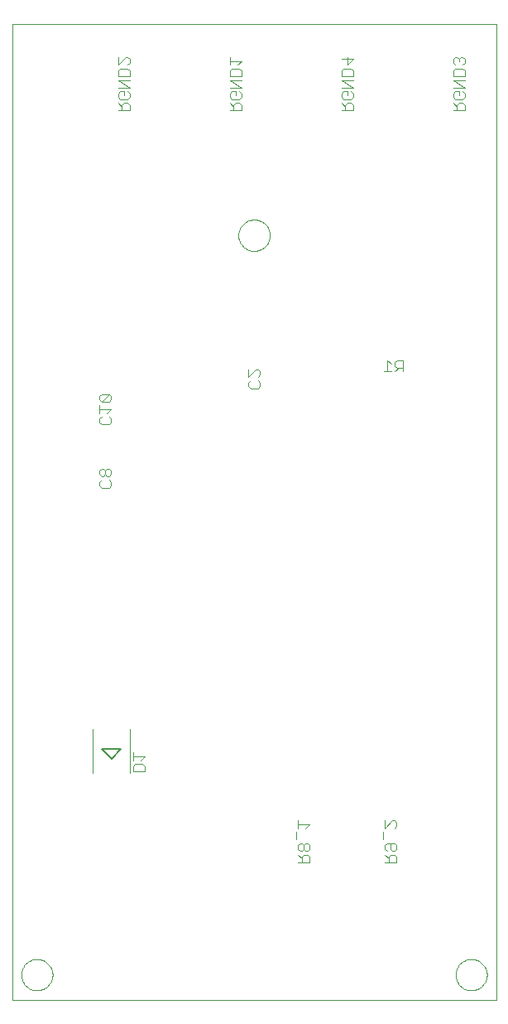
<source format=gbo>
G75*
%MOIN*%
%OFA0B0*%
%FSLAX24Y24*%
%IPPOS*%
%LPD*%
%AMOC8*
5,1,8,0,0,1.08239X$1,22.5*
%
%ADD10C,0.0000*%
%ADD11C,0.0040*%
%ADD12C,0.0080*%
D10*
X000100Y000100D02*
X000100Y039350D01*
X019600Y039350D01*
X019600Y000100D01*
X000100Y000100D01*
X000470Y001100D02*
X000472Y001150D01*
X000478Y001200D01*
X000488Y001249D01*
X000502Y001297D01*
X000519Y001344D01*
X000540Y001389D01*
X000565Y001433D01*
X000593Y001474D01*
X000625Y001513D01*
X000659Y001550D01*
X000696Y001584D01*
X000736Y001614D01*
X000778Y001641D01*
X000822Y001665D01*
X000868Y001686D01*
X000915Y001702D01*
X000963Y001715D01*
X001013Y001724D01*
X001062Y001729D01*
X001113Y001730D01*
X001163Y001727D01*
X001212Y001720D01*
X001261Y001709D01*
X001309Y001694D01*
X001355Y001676D01*
X001400Y001654D01*
X001443Y001628D01*
X001484Y001599D01*
X001523Y001567D01*
X001559Y001532D01*
X001591Y001494D01*
X001621Y001454D01*
X001648Y001411D01*
X001671Y001367D01*
X001690Y001321D01*
X001706Y001273D01*
X001718Y001224D01*
X001726Y001175D01*
X001730Y001125D01*
X001730Y001075D01*
X001726Y001025D01*
X001718Y000976D01*
X001706Y000927D01*
X001690Y000879D01*
X001671Y000833D01*
X001648Y000789D01*
X001621Y000746D01*
X001591Y000706D01*
X001559Y000668D01*
X001523Y000633D01*
X001484Y000601D01*
X001443Y000572D01*
X001400Y000546D01*
X001355Y000524D01*
X001309Y000506D01*
X001261Y000491D01*
X001212Y000480D01*
X001163Y000473D01*
X001113Y000470D01*
X001062Y000471D01*
X001013Y000476D01*
X000963Y000485D01*
X000915Y000498D01*
X000868Y000514D01*
X000822Y000535D01*
X000778Y000559D01*
X000736Y000586D01*
X000696Y000616D01*
X000659Y000650D01*
X000625Y000687D01*
X000593Y000726D01*
X000565Y000767D01*
X000540Y000811D01*
X000519Y000856D01*
X000502Y000903D01*
X000488Y000951D01*
X000478Y001000D01*
X000472Y001050D01*
X000470Y001100D01*
X009220Y030850D02*
X009222Y030900D01*
X009228Y030950D01*
X009238Y030999D01*
X009252Y031047D01*
X009269Y031094D01*
X009290Y031139D01*
X009315Y031183D01*
X009343Y031224D01*
X009375Y031263D01*
X009409Y031300D01*
X009446Y031334D01*
X009486Y031364D01*
X009528Y031391D01*
X009572Y031415D01*
X009618Y031436D01*
X009665Y031452D01*
X009713Y031465D01*
X009763Y031474D01*
X009812Y031479D01*
X009863Y031480D01*
X009913Y031477D01*
X009962Y031470D01*
X010011Y031459D01*
X010059Y031444D01*
X010105Y031426D01*
X010150Y031404D01*
X010193Y031378D01*
X010234Y031349D01*
X010273Y031317D01*
X010309Y031282D01*
X010341Y031244D01*
X010371Y031204D01*
X010398Y031161D01*
X010421Y031117D01*
X010440Y031071D01*
X010456Y031023D01*
X010468Y030974D01*
X010476Y030925D01*
X010480Y030875D01*
X010480Y030825D01*
X010476Y030775D01*
X010468Y030726D01*
X010456Y030677D01*
X010440Y030629D01*
X010421Y030583D01*
X010398Y030539D01*
X010371Y030496D01*
X010341Y030456D01*
X010309Y030418D01*
X010273Y030383D01*
X010234Y030351D01*
X010193Y030322D01*
X010150Y030296D01*
X010105Y030274D01*
X010059Y030256D01*
X010011Y030241D01*
X009962Y030230D01*
X009913Y030223D01*
X009863Y030220D01*
X009812Y030221D01*
X009763Y030226D01*
X009713Y030235D01*
X009665Y030248D01*
X009618Y030264D01*
X009572Y030285D01*
X009528Y030309D01*
X009486Y030336D01*
X009446Y030366D01*
X009409Y030400D01*
X009375Y030437D01*
X009343Y030476D01*
X009315Y030517D01*
X009290Y030561D01*
X009269Y030606D01*
X009252Y030653D01*
X009238Y030701D01*
X009228Y030750D01*
X009222Y030800D01*
X009220Y030850D01*
X017970Y001100D02*
X017972Y001150D01*
X017978Y001200D01*
X017988Y001249D01*
X018002Y001297D01*
X018019Y001344D01*
X018040Y001389D01*
X018065Y001433D01*
X018093Y001474D01*
X018125Y001513D01*
X018159Y001550D01*
X018196Y001584D01*
X018236Y001614D01*
X018278Y001641D01*
X018322Y001665D01*
X018368Y001686D01*
X018415Y001702D01*
X018463Y001715D01*
X018513Y001724D01*
X018562Y001729D01*
X018613Y001730D01*
X018663Y001727D01*
X018712Y001720D01*
X018761Y001709D01*
X018809Y001694D01*
X018855Y001676D01*
X018900Y001654D01*
X018943Y001628D01*
X018984Y001599D01*
X019023Y001567D01*
X019059Y001532D01*
X019091Y001494D01*
X019121Y001454D01*
X019148Y001411D01*
X019171Y001367D01*
X019190Y001321D01*
X019206Y001273D01*
X019218Y001224D01*
X019226Y001175D01*
X019230Y001125D01*
X019230Y001075D01*
X019226Y001025D01*
X019218Y000976D01*
X019206Y000927D01*
X019190Y000879D01*
X019171Y000833D01*
X019148Y000789D01*
X019121Y000746D01*
X019091Y000706D01*
X019059Y000668D01*
X019023Y000633D01*
X018984Y000601D01*
X018943Y000572D01*
X018900Y000546D01*
X018855Y000524D01*
X018809Y000506D01*
X018761Y000491D01*
X018712Y000480D01*
X018663Y000473D01*
X018613Y000470D01*
X018562Y000471D01*
X018513Y000476D01*
X018463Y000485D01*
X018415Y000498D01*
X018368Y000514D01*
X018322Y000535D01*
X018278Y000559D01*
X018236Y000586D01*
X018196Y000616D01*
X018159Y000650D01*
X018125Y000687D01*
X018093Y000726D01*
X018065Y000767D01*
X018040Y000811D01*
X018019Y000856D01*
X018002Y000903D01*
X017988Y000951D01*
X017978Y001000D01*
X017972Y001050D01*
X017970Y001100D01*
D11*
X015580Y005620D02*
X015580Y005850D01*
X015504Y005927D01*
X015350Y005927D01*
X015273Y005850D01*
X015273Y005620D01*
X015120Y005620D02*
X015580Y005620D01*
X015504Y006080D02*
X015427Y006080D01*
X015350Y006157D01*
X015350Y006387D01*
X015197Y006387D02*
X015504Y006387D01*
X015580Y006311D01*
X015580Y006157D01*
X015504Y006080D01*
X015197Y006080D02*
X015120Y006157D01*
X015120Y006311D01*
X015197Y006387D01*
X015043Y006541D02*
X015043Y006848D01*
X015120Y007001D02*
X015427Y007308D01*
X015504Y007308D01*
X015580Y007231D01*
X015580Y007078D01*
X015504Y007001D01*
X015120Y007001D02*
X015120Y007308D01*
X015120Y005927D02*
X015273Y005773D01*
X012080Y005850D02*
X012004Y005927D01*
X011850Y005927D01*
X011773Y005850D01*
X011773Y005620D01*
X011620Y005620D02*
X012080Y005620D01*
X012080Y005850D01*
X012004Y006080D02*
X011927Y006080D01*
X011850Y006157D01*
X011850Y006311D01*
X011773Y006387D01*
X011697Y006387D01*
X011620Y006311D01*
X011620Y006157D01*
X011697Y006080D01*
X011773Y006080D01*
X011850Y006157D01*
X011850Y006311D02*
X011927Y006387D01*
X012004Y006387D01*
X012080Y006311D01*
X012080Y006157D01*
X012004Y006080D01*
X011773Y005773D02*
X011620Y005927D01*
X011543Y006541D02*
X011543Y006848D01*
X011620Y007001D02*
X011620Y007308D01*
X011620Y007155D02*
X012080Y007155D01*
X011927Y007001D01*
X005430Y009270D02*
X005430Y009500D01*
X005354Y009577D01*
X005047Y009577D01*
X004970Y009500D01*
X004970Y009270D01*
X005430Y009270D01*
X005277Y009730D02*
X005430Y009884D01*
X004970Y009884D01*
X004970Y010037D02*
X004970Y009730D01*
X004850Y009210D02*
X004850Y010990D01*
X003350Y010990D02*
X003350Y009210D01*
X003697Y020699D02*
X003620Y020776D01*
X003620Y020929D01*
X003697Y021006D01*
X003697Y021160D02*
X003773Y021160D01*
X003850Y021236D01*
X003850Y021390D01*
X003773Y021467D01*
X003697Y021467D01*
X003620Y021390D01*
X003620Y021236D01*
X003697Y021160D01*
X003850Y021236D02*
X003927Y021160D01*
X004004Y021160D01*
X004080Y021236D01*
X004080Y021390D01*
X004004Y021467D01*
X003927Y021467D01*
X003850Y021390D01*
X004004Y021006D02*
X004080Y020929D01*
X004080Y020776D01*
X004004Y020699D01*
X003697Y020699D01*
X003697Y023239D02*
X003620Y023316D01*
X003620Y023469D01*
X003697Y023546D01*
X003620Y023699D02*
X003620Y024006D01*
X003620Y023853D02*
X004080Y023853D01*
X003927Y023699D01*
X004004Y023546D02*
X004080Y023469D01*
X004080Y023316D01*
X004004Y023239D01*
X003697Y023239D01*
X003697Y024160D02*
X004004Y024467D01*
X003697Y024467D01*
X003620Y024390D01*
X003620Y024236D01*
X003697Y024160D01*
X004004Y024160D01*
X004080Y024236D01*
X004080Y024390D01*
X004004Y024467D01*
X009620Y024776D02*
X009620Y024929D01*
X009697Y025006D01*
X009620Y025160D02*
X009620Y025467D01*
X009620Y025160D02*
X009927Y025467D01*
X010004Y025467D01*
X010080Y025390D01*
X010080Y025236D01*
X010004Y025160D01*
X010004Y025006D02*
X010080Y024929D01*
X010080Y024776D01*
X010004Y024699D01*
X009697Y024699D01*
X009620Y024776D01*
X015063Y025370D02*
X015370Y025370D01*
X015523Y025370D02*
X015677Y025523D01*
X015600Y025523D02*
X015830Y025523D01*
X015830Y025370D02*
X015830Y025830D01*
X015600Y025830D01*
X015523Y025754D01*
X015523Y025600D01*
X015600Y025523D01*
X015370Y025677D02*
X015216Y025830D01*
X015216Y025370D01*
X013830Y035870D02*
X013370Y035870D01*
X013523Y035870D02*
X013523Y036100D01*
X013600Y036177D01*
X013754Y036177D01*
X013830Y036100D01*
X013830Y035870D01*
X013523Y036023D02*
X013370Y036177D01*
X013447Y036330D02*
X013370Y036407D01*
X013370Y036561D01*
X013447Y036637D01*
X013600Y036637D01*
X013600Y036484D01*
X013754Y036330D02*
X013447Y036330D01*
X013754Y036330D02*
X013830Y036407D01*
X013830Y036561D01*
X013754Y036637D01*
X013830Y036791D02*
X013370Y037098D01*
X013830Y037098D01*
X013830Y037251D02*
X013830Y037481D01*
X013754Y037558D01*
X013447Y037558D01*
X013370Y037481D01*
X013370Y037251D01*
X013830Y037251D01*
X013830Y036791D02*
X013370Y036791D01*
X013600Y037712D02*
X013600Y038018D01*
X013370Y037942D02*
X013830Y037942D01*
X013600Y037712D01*
X017870Y037788D02*
X017947Y037712D01*
X017870Y037788D02*
X017870Y037942D01*
X017947Y038018D01*
X018023Y038018D01*
X018100Y037942D01*
X018100Y037865D01*
X018100Y037942D02*
X018177Y038018D01*
X018254Y038018D01*
X018330Y037942D01*
X018330Y037788D01*
X018254Y037712D01*
X018254Y037558D02*
X018330Y037481D01*
X018330Y037251D01*
X017870Y037251D01*
X017870Y037481D01*
X017947Y037558D01*
X018254Y037558D01*
X018330Y037098D02*
X017870Y037098D01*
X018330Y036791D01*
X017870Y036791D01*
X017947Y036637D02*
X017870Y036561D01*
X017870Y036407D01*
X017947Y036330D01*
X018254Y036330D01*
X018330Y036407D01*
X018330Y036561D01*
X018254Y036637D01*
X018100Y036637D02*
X018100Y036484D01*
X018100Y036637D02*
X017947Y036637D01*
X017870Y036177D02*
X018023Y036023D01*
X018023Y036100D02*
X018023Y035870D01*
X017870Y035870D02*
X018330Y035870D01*
X018330Y036100D01*
X018254Y036177D01*
X018100Y036177D01*
X018023Y036100D01*
X009330Y036100D02*
X009330Y035870D01*
X008870Y035870D01*
X009023Y035870D02*
X009023Y036100D01*
X009100Y036177D01*
X009254Y036177D01*
X009330Y036100D01*
X009254Y036330D02*
X008947Y036330D01*
X008870Y036407D01*
X008870Y036561D01*
X008947Y036637D01*
X009100Y036637D01*
X009100Y036484D01*
X009254Y036637D02*
X009330Y036561D01*
X009330Y036407D01*
X009254Y036330D01*
X009023Y036023D02*
X008870Y036177D01*
X008870Y036791D02*
X009330Y036791D01*
X008870Y037098D01*
X009330Y037098D01*
X009330Y037251D02*
X009330Y037481D01*
X009254Y037558D01*
X008947Y037558D01*
X008870Y037481D01*
X008870Y037251D01*
X009330Y037251D01*
X009177Y037712D02*
X009330Y037865D01*
X008870Y037865D01*
X008870Y037712D02*
X008870Y038018D01*
X004830Y037942D02*
X004830Y037788D01*
X004754Y037712D01*
X004754Y037558D02*
X004830Y037481D01*
X004830Y037251D01*
X004370Y037251D01*
X004370Y037481D01*
X004447Y037558D01*
X004754Y037558D01*
X004830Y037942D02*
X004754Y038018D01*
X004677Y038018D01*
X004370Y037712D01*
X004370Y038018D01*
X004370Y037098D02*
X004830Y037098D01*
X004830Y036791D02*
X004370Y037098D01*
X004370Y036791D02*
X004830Y036791D01*
X004754Y036637D02*
X004830Y036561D01*
X004830Y036407D01*
X004754Y036330D01*
X004447Y036330D01*
X004370Y036407D01*
X004370Y036561D01*
X004447Y036637D01*
X004600Y036637D01*
X004600Y036484D01*
X004600Y036177D02*
X004523Y036100D01*
X004523Y035870D01*
X004370Y035870D02*
X004830Y035870D01*
X004830Y036100D01*
X004754Y036177D01*
X004600Y036177D01*
X004523Y036023D02*
X004370Y036177D01*
D12*
X004494Y010176D02*
X003706Y010176D01*
X004100Y009773D01*
X004494Y010176D01*
M02*

</source>
